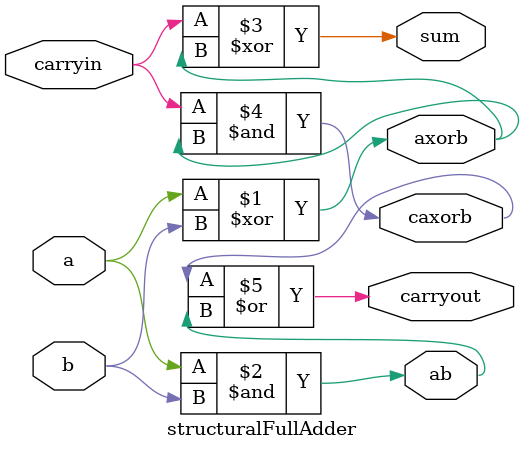
<source format=v>
`define AND and #50
`define OR or #50
`define XOR xor #50

module behavioralFullAdder
(
    output sum,
    output carryout,
    input a,
    input b,
    input carryin
);
    // Uses concatenation operator and built-in '+'
    assign {carryout, sum}=a+b+carryin;
endmodule

module structuralFullAdder
(
    output sum,
    output carryout,
    output axorb, ab, caxorb,
    input a,
    input b,
    input carryin
);
    // Your adder code here
    `XOR xorgate(axorb, a, b);
    `AND andgate(ab, a, b);
    `XOR xorgate(sum, carryin, axorb);
    `AND andgate(caxorb, carryin, axorb);
    `OR  orgate(carryout, caxorb, ab);
endmodule

</source>
